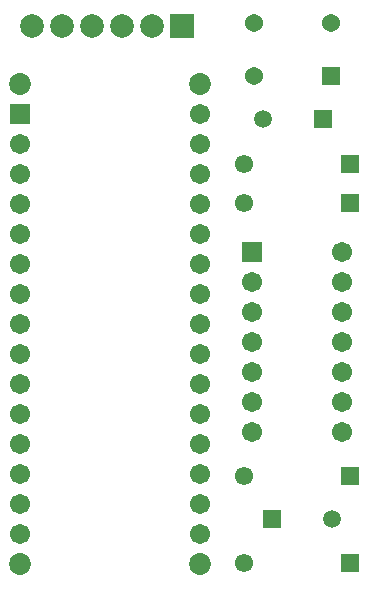
<source format=gts>
G04*
G04 #@! TF.GenerationSoftware,Altium Limited,Altium Designer,21.9.1 (22)*
G04*
G04 Layer_Color=8388736*
%FSLAX25Y25*%
%MOIN*%
G70*
G04*
G04 #@! TF.SameCoordinates,351BDD15-2B00-492A-8363-C63AB1A4302F*
G04*
G04*
G04 #@! TF.FilePolarity,Negative*
G04*
G01*
G75*
%ADD15C,0.07887*%
%ADD16R,0.07887X0.07887*%
%ADD17C,0.05918*%
%ADD18R,0.05918X0.05918*%
%ADD19C,0.06063*%
%ADD20R,0.06063X0.06063*%
%ADD21C,0.06737*%
%ADD22R,0.06706X0.06706*%
%ADD23C,0.06706*%
%ADD24R,0.06737X0.06737*%
%ADD25C,0.07300*%
%ADD26R,0.06115X0.06115*%
%ADD27C,0.06115*%
D15*
X134500Y288000D02*
D03*
X144500D02*
D03*
X154500D02*
D03*
X174500D02*
D03*
X164500D02*
D03*
D16*
X184500D02*
D03*
D17*
X211547Y257000D02*
D03*
X234453Y123500D02*
D03*
D18*
X231547Y257000D02*
D03*
X214453Y123500D02*
D03*
D19*
X208705Y288858D02*
D03*
X234295D02*
D03*
X208705Y271142D02*
D03*
D20*
X234295D02*
D03*
D21*
X190500Y188500D02*
D03*
X130500Y248500D02*
D03*
Y238500D02*
D03*
Y228500D02*
D03*
Y218500D02*
D03*
Y208500D02*
D03*
Y198500D02*
D03*
Y188500D02*
D03*
Y178500D02*
D03*
Y168500D02*
D03*
Y158500D02*
D03*
Y148500D02*
D03*
Y138500D02*
D03*
Y128500D02*
D03*
Y118500D02*
D03*
X190500D02*
D03*
Y128500D02*
D03*
Y138500D02*
D03*
Y148500D02*
D03*
Y158500D02*
D03*
Y168500D02*
D03*
Y178500D02*
D03*
Y198500D02*
D03*
Y208500D02*
D03*
Y218500D02*
D03*
Y228500D02*
D03*
Y238500D02*
D03*
Y248500D02*
D03*
Y258500D02*
D03*
D22*
X208000Y212500D02*
D03*
D23*
Y202500D02*
D03*
Y192500D02*
D03*
Y182500D02*
D03*
Y172500D02*
D03*
Y162500D02*
D03*
Y152500D02*
D03*
X238000Y212500D02*
D03*
Y202500D02*
D03*
Y192500D02*
D03*
Y182500D02*
D03*
Y172500D02*
D03*
Y162500D02*
D03*
Y152500D02*
D03*
D24*
X130500Y258500D02*
D03*
D25*
Y108500D02*
D03*
X190500D02*
D03*
X130500Y268500D02*
D03*
X190500D02*
D03*
D26*
X240717Y138000D02*
D03*
Y109000D02*
D03*
Y229000D02*
D03*
Y242000D02*
D03*
D27*
X205283Y138000D02*
D03*
Y109000D02*
D03*
Y229000D02*
D03*
Y242000D02*
D03*
M02*

</source>
